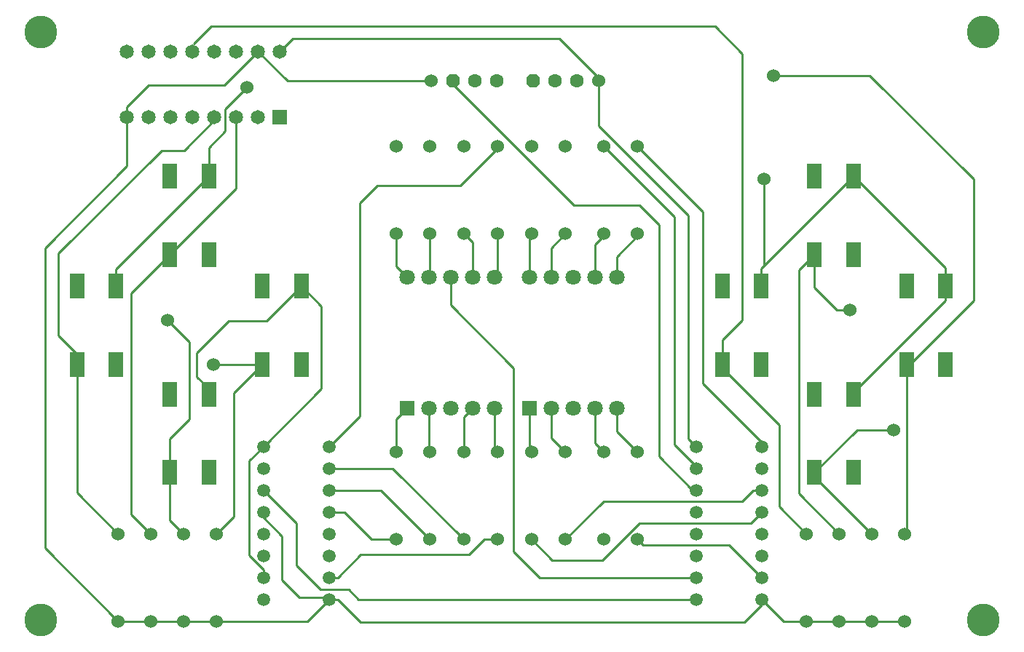
<source format=gtl>
G04*
G04 #@! TF.GenerationSoftware,Altium Limited,CircuitMaker,2.2.1 (6)*
G04*
G04 Layer_Physical_Order=1*
G04 Layer_Color=25308*
%FSLAX25Y25*%
%MOIN*%
G70*
G04*
G04 #@! TF.SameCoordinates,C7A46A66-803E-4EFA-A11E-2D709BABBFBD*
G04*
G04*
G04 #@! TF.FilePolarity,Positive*
G04*
G01*
G75*
%ADD10C,0.01000*%
%ADD11R,0.07087X0.11811*%
%ADD21C,0.05905*%
%ADD22R,0.07087X0.07087*%
%ADD23C,0.07087*%
%ADD24C,0.06000*%
%ADD25R,0.06500X0.06500*%
%ADD26C,0.06500*%
%ADD27C,0.06299*%
%ADD28P,0.06818X8X22.5*%
%ADD29C,0.15000*%
D10*
X277500Y290000D02*
X278500D01*
X301000Y290173D01*
X346000Y203000D02*
X395500D01*
X335500Y192500D02*
X346000Y203000D01*
X331500Y192500D02*
X335500D01*
X351000Y210000D02*
X362100D01*
X338500Y222500D02*
X351000Y210000D01*
X331500Y222500D02*
X338500D01*
X257500Y310500D02*
X267500Y300500D01*
Y265000D02*
Y300500D01*
X258642Y256142D02*
X267500Y265000D01*
X579000Y422500D02*
X626500Y375000D01*
Y319500D02*
Y375000D01*
X597173Y290173D02*
X626500Y319500D01*
X529217Y334185D02*
X530500Y335469D01*
Y375000D01*
Y335469D02*
X571358Y376327D01*
X520500Y310500D02*
Y432543D01*
X511500Y301500D02*
X520500Y310500D01*
X511500Y290173D02*
Y301500D01*
X508043Y445000D02*
X520500Y432543D01*
X524500Y217500D02*
X529500Y222500D01*
X473500Y217500D02*
X524500D01*
X456500Y200500D02*
X473500Y217500D01*
X514500Y207500D02*
X529500Y192500D01*
X475100Y207500D02*
X514500D01*
X472600Y210000D02*
X475100Y207500D01*
X271000Y295500D02*
X285500Y310000D01*
X302717D01*
X318717Y326000D01*
X201500Y343500D02*
X239000Y381000D01*
X201500Y206000D02*
Y343500D01*
X239000Y381000D02*
Y403500D01*
X279000Y402000D02*
Y403500D01*
X265185Y388185D02*
X279000Y402000D01*
X254685Y388185D02*
X265185D01*
X284000Y397000D02*
Y407000D01*
X276358Y389358D02*
X284000Y397000D01*
X276358Y376327D02*
Y389358D01*
X284000Y407000D02*
X294000Y417000D01*
X239000Y408000D02*
X249000Y418000D01*
X239000Y403500D02*
Y408000D01*
X249000Y418000D02*
X283500D01*
X530500Y375000D02*
Y377000D01*
X455000Y399500D02*
X496000Y358500D01*
Y256000D02*
Y358500D01*
Y256000D02*
X499500Y252500D01*
X457100Y390000D02*
X489500Y357600D01*
Y253500D02*
Y357600D01*
Y253500D02*
X499500Y243500D01*
X595000Y212500D02*
X595742Y213242D01*
Y290173D02*
X597173D01*
X277500Y445000D02*
X508043D01*
X269500Y437000D02*
X277500Y445000D01*
X271000Y284500D02*
Y295500D01*
Y284500D02*
X276358Y279142D01*
Y276413D02*
Y279142D01*
X387200Y317300D02*
X416000Y288500D01*
Y204500D02*
Y288500D01*
Y204500D02*
X428000Y192500D01*
X387200Y317300D02*
Y330000D01*
X428000Y192500D02*
X499500D01*
X295000Y246000D02*
X301500Y252500D01*
X295000Y202703D02*
Y246000D01*
Y202703D02*
X301500Y196203D01*
Y192500D02*
Y196203D01*
Y220000D02*
X310000Y211500D01*
Y191500D02*
Y211500D01*
X299000Y433500D02*
X312500Y420000D01*
X241000Y221500D02*
Y322858D01*
Y221500D02*
X250000Y212500D01*
X241000Y322858D02*
X258642Y340500D01*
X201500Y206000D02*
X235000Y172500D01*
X455000Y420000D02*
Y421500D01*
X437000Y439500D02*
X455000Y421500D01*
X315000Y439500D02*
X437000D01*
X309000Y433500D02*
X315000Y439500D01*
X312500Y420000D02*
X378100D01*
X283500Y418000D02*
X299000Y433500D01*
X424000Y420000D02*
X425000D01*
X258642Y340500D02*
X289000Y370858D01*
Y403500D01*
X258642Y240587D02*
Y256142D01*
X216142Y290173D02*
Y294858D01*
X207500Y303500D02*
X216142Y294858D01*
X207500Y303500D02*
Y341000D01*
X254685Y388185D01*
X535000Y422500D02*
X579000D01*
X564000Y315000D02*
X570000D01*
X553642Y325358D02*
X564000Y315000D01*
X553642Y325358D02*
Y340500D01*
X613458Y326000D02*
Y334227D01*
X571358Y376327D02*
X613458Y334227D01*
X595742Y213242D02*
Y290173D01*
X573055Y260000D02*
X590000D01*
X553642Y240587D02*
X573055Y260000D01*
X529217Y326000D02*
Y334185D01*
X546500Y333358D02*
X553642Y340500D01*
X546500Y231000D02*
Y333358D01*
X455000Y399500D02*
Y420000D01*
X288000Y220500D02*
Y277173D01*
X280000Y212500D02*
X288000Y220500D01*
Y277173D02*
X301000Y290173D01*
X388100Y418400D02*
X443500Y363000D01*
X473500D01*
X388100Y418400D02*
Y420000D01*
X498000Y232500D02*
X499500D01*
X482500Y248000D02*
X498000Y232500D01*
X482500Y248000D02*
Y354000D01*
X473500Y363000D02*
X482500Y354000D01*
X391500Y372000D02*
X408600Y389100D01*
X353500Y372000D02*
X391500D01*
X408600Y389100D02*
Y390000D01*
X318717Y326000D02*
X328000Y316717D01*
Y279000D02*
Y316717D01*
X301500Y252500D02*
X328000Y279000D01*
X529500Y180000D02*
Y182500D01*
X521500Y172000D02*
X529500Y180000D01*
X346000Y172000D02*
X521500D01*
X335500Y182500D02*
X346000Y172000D01*
X331500Y182500D02*
X335500D01*
X301500Y220000D02*
Y222500D01*
X330500Y183500D02*
X331500Y182500D01*
X318000Y183500D02*
X330500D01*
X310000Y191500D02*
X318000Y183500D01*
X327547Y186953D02*
X340547D01*
X316500Y198000D02*
X327547Y186953D01*
X316500Y198000D02*
Y217500D01*
X301500Y232500D02*
X316500Y217500D01*
X345000Y182500D02*
X499500D01*
X340547Y186953D02*
X345000Y182500D01*
X525500Y232500D02*
X529500D01*
X520500Y227500D02*
X525500Y232500D01*
X457100Y227500D02*
X520500D01*
X439600Y210000D02*
X457100Y227500D01*
X433600Y200500D02*
X456500D01*
X424100Y210000D02*
X433600Y200500D01*
X331500Y232500D02*
X355100D01*
X377600Y210000D01*
X529500Y182500D02*
X539500Y172500D01*
X550000D01*
X321500D02*
X331500Y182500D01*
X280000Y172500D02*
X321500D01*
X423100Y330000D02*
Y349000D01*
X613458Y319460D02*
Y326000D01*
X571358Y277360D02*
X613458Y319460D01*
X571358Y276413D02*
Y277360D01*
X233858Y333827D02*
X276358Y376327D01*
X233858Y326000D02*
Y333827D01*
X433100Y330000D02*
Y343500D01*
X331500Y252500D02*
X345500Y266500D01*
Y364000D01*
X353500Y372000D01*
X362100Y335100D02*
X367200Y330000D01*
X362100Y335100D02*
Y350000D01*
X499500Y242500D02*
Y243500D01*
X529500Y252500D02*
Y254500D01*
X502500Y281500D02*
X529500Y254500D01*
X502500Y281500D02*
Y360100D01*
X472600Y390000D02*
X502500Y360100D01*
X402500Y210000D02*
X408600D01*
X395500Y203000D02*
X402500Y210000D01*
X331500Y242500D02*
X360600D01*
X393100Y210000D01*
X511500Y288500D02*
Y290173D01*
Y288500D02*
X537500Y262500D01*
Y225000D02*
Y262500D01*
Y225000D02*
X550000Y212500D01*
X546500Y231000D02*
X565000Y212500D01*
X553642Y238858D02*
Y240587D01*
Y238858D02*
X580000Y212500D01*
X216142Y231358D02*
Y290173D01*
Y231358D02*
X235000Y212500D01*
X258642Y218858D02*
Y240587D01*
Y218858D02*
X265000Y212500D01*
X463100Y339500D02*
X472600Y349000D01*
X463100Y330000D02*
Y339500D01*
X453100Y345000D02*
X457100Y349000D01*
X453100Y330000D02*
Y345000D01*
X453100Y330000D02*
X453100Y330000D01*
X453100Y330000D02*
Y330000D01*
X433100Y343500D02*
X439600Y350000D01*
X423100Y349000D02*
X424100Y350000D01*
X407200Y330000D02*
X408600Y331400D01*
Y350000D01*
X397200Y330000D02*
Y345900D01*
X393100Y350000D02*
X397200Y345900D01*
X377200Y330000D02*
X377600Y330400D01*
Y350000D01*
X463100Y259500D02*
Y270000D01*
Y259500D02*
X472600Y250000D01*
X453100Y254000D02*
Y270000D01*
Y254000D02*
X457100Y250000D01*
X433100Y256500D02*
Y270000D01*
Y256500D02*
X439600Y250000D01*
X423100Y251000D02*
Y270000D01*
Y251000D02*
X424100Y250000D01*
X407200Y251400D02*
Y270000D01*
Y251400D02*
X408600Y250000D01*
X393100Y265900D02*
X397200Y270000D01*
X393100Y250000D02*
Y265900D01*
X377200Y250400D02*
Y270000D01*
Y250400D02*
X377600Y250000D01*
X362100Y264900D02*
X367200Y270000D01*
X362100Y250000D02*
Y264900D01*
X550000Y172500D02*
X565000D01*
X580000D01*
X595000D01*
X265000D02*
X280000D01*
X250000D02*
X265000D01*
X235000D02*
X250000D01*
D11*
X571358Y276413D02*
D03*
X553642D02*
D03*
Y240587D02*
D03*
X571358D02*
D03*
X613458Y326000D02*
D03*
X595742D02*
D03*
Y290173D02*
D03*
X613458D02*
D03*
X529217Y326000D02*
D03*
X511500D02*
D03*
Y290173D02*
D03*
X529217D02*
D03*
X571358Y376327D02*
D03*
X553642D02*
D03*
Y340500D02*
D03*
X571358D02*
D03*
X276358Y276413D02*
D03*
X258642D02*
D03*
Y240587D02*
D03*
X276358D02*
D03*
Y376327D02*
D03*
X258642D02*
D03*
Y340500D02*
D03*
X276358D02*
D03*
X318717Y326000D02*
D03*
X301000D02*
D03*
Y290173D02*
D03*
X318717D02*
D03*
X233858Y326000D02*
D03*
X216142D02*
D03*
Y290173D02*
D03*
X233858D02*
D03*
D21*
X301500Y182500D02*
D03*
Y192500D02*
D03*
Y202500D02*
D03*
Y212500D02*
D03*
Y222500D02*
D03*
Y232500D02*
D03*
Y242500D02*
D03*
Y252500D02*
D03*
X331500Y182500D02*
D03*
Y192500D02*
D03*
Y202500D02*
D03*
Y212500D02*
D03*
Y222500D02*
D03*
Y232500D02*
D03*
Y242500D02*
D03*
Y252500D02*
D03*
X499500Y182500D02*
D03*
Y192500D02*
D03*
Y202500D02*
D03*
Y212500D02*
D03*
Y222500D02*
D03*
Y232500D02*
D03*
Y242500D02*
D03*
Y252500D02*
D03*
X529500Y182500D02*
D03*
Y192500D02*
D03*
Y202500D02*
D03*
Y212500D02*
D03*
Y222500D02*
D03*
Y232500D02*
D03*
Y242500D02*
D03*
Y252500D02*
D03*
D22*
X423100Y270000D02*
D03*
X367200D02*
D03*
D23*
X433100D02*
D03*
X443100D02*
D03*
X453100D02*
D03*
X463100D02*
D03*
Y330000D02*
D03*
X453100D02*
D03*
X443100D02*
D03*
X433100D02*
D03*
X423100D02*
D03*
X367200D02*
D03*
X377200D02*
D03*
X387200D02*
D03*
X397200D02*
D03*
X407200D02*
D03*
Y270000D02*
D03*
X397200D02*
D03*
X387200D02*
D03*
X377200D02*
D03*
D24*
X278500Y290000D02*
D03*
X595000Y212500D02*
D03*
Y172500D02*
D03*
X580000Y212500D02*
D03*
Y172500D02*
D03*
X565000Y212500D02*
D03*
Y172500D02*
D03*
X550000Y212500D02*
D03*
Y172500D02*
D03*
X294000Y417000D02*
D03*
X530500Y375000D02*
D03*
X257500Y310500D02*
D03*
X535000Y422500D02*
D03*
X570000Y315000D02*
D03*
X590000Y260000D02*
D03*
X378100Y420000D02*
D03*
X455000D02*
D03*
X424100Y390000D02*
D03*
Y350000D02*
D03*
X457100Y210000D02*
D03*
Y250000D02*
D03*
X362100Y390000D02*
D03*
Y350000D02*
D03*
X377600Y390000D02*
D03*
Y350000D02*
D03*
X393100Y390000D02*
D03*
Y350000D02*
D03*
X408600Y390000D02*
D03*
Y350000D02*
D03*
X439600Y390000D02*
D03*
Y350000D02*
D03*
X457100Y390000D02*
D03*
Y350000D02*
D03*
X472600Y390000D02*
D03*
Y350000D02*
D03*
Y250000D02*
D03*
Y210000D02*
D03*
X439600D02*
D03*
Y250000D02*
D03*
X424100Y210000D02*
D03*
Y250000D02*
D03*
X408600Y210000D02*
D03*
Y250000D02*
D03*
X393100Y210000D02*
D03*
Y250000D02*
D03*
X377600Y210000D02*
D03*
Y250000D02*
D03*
X362100Y210000D02*
D03*
Y250000D02*
D03*
X235000Y172500D02*
D03*
Y212500D02*
D03*
X250000Y172500D02*
D03*
Y212500D02*
D03*
X265000Y172500D02*
D03*
Y212500D02*
D03*
X280000Y172500D02*
D03*
Y212500D02*
D03*
D25*
X309000Y403500D02*
D03*
D26*
X299000D02*
D03*
X289000D02*
D03*
X279000D02*
D03*
X269000D02*
D03*
X259000D02*
D03*
X249000D02*
D03*
X239000D02*
D03*
Y433500D02*
D03*
X249000D02*
D03*
X259000D02*
D03*
X269000D02*
D03*
X279000D02*
D03*
X289000D02*
D03*
X299000D02*
D03*
X309000D02*
D03*
D27*
X408100Y420000D02*
D03*
X398100D02*
D03*
X445000D02*
D03*
X435000D02*
D03*
D28*
X388100D02*
D03*
X425000D02*
D03*
D29*
X199500Y173000D02*
D03*
X631000D02*
D03*
Y442500D02*
D03*
X199500D02*
D03*
M02*

</source>
